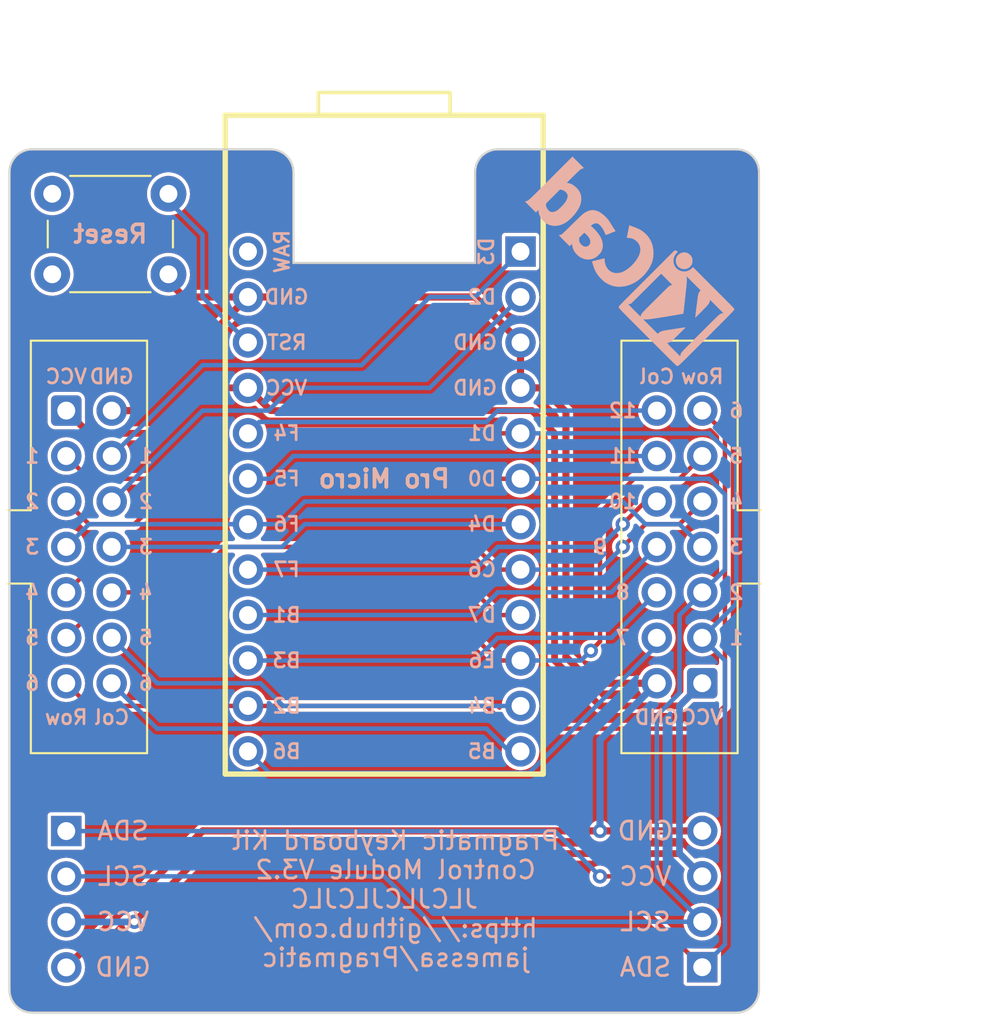
<source format=kicad_pcb>
(kicad_pcb (version 20211014) (generator pcbnew)
  (title_block (title "Pragmatic Kit - Control Module") (date "2022-06-23") (rev "V3.2.2") (company "James Sa") (comment 1 "3.2 Reverse Pro Micro") (comment 2 "3.2.1 fix screen.") (comment 3 "3.2.2 fix Type C footprint.") (comment 4 "3.2.2 Update for assembly."))
  (layers (0 "F.Cu" signal) (31 "B.Cu" signal) (34 "B.Paste" user) (35 "F.Paste" user) (36 "B.SilkS" user "B.Silkscreen") (37 "F.SilkS" user "F.Silkscreen") (38 "B.Mask" user) (39 "F.Mask" user) (44 "Edge.Cuts" user))
  (net 0 "")
  (net 1 "Row1")
  (net 2 "Col1")
  (net 3 "VCC")
  (net 4 "Col9")
  (net 5 "Col8")
  (net 6 "Col7")
  (net 7 "Row3")
  (net 8 "Row5")
  (net 9 "Row6")
  (net 10 "Row4")
  (net 11 "Col6")
  (net 12 "Col5")
  (net 13 "Col4")
  (net 14 "Col3")
  (net 15 "Col2")
  (net 16 "Row2")
  (net 17 "Reset")
  (net 18 "Col12")
  (net 19 "Col11")
  (net 20 "Col10")
  (net 21 "GND")
  (footprint "Connector_IDC:IDC-Header_2x07_P2.54mm_Vertical" (layer "F.Cu") (at 121.92 62.23)
    (fp_text reference "J1")
    (fp_text value "L" hide)
    (pad "1" thru_hole roundrect (at 0 0) (size 1.7 1.7) (drill 1) (layers *.Cu *.Mask) (roundrect_rratio 0.1470588235) (net 3 "VCC"))
    (pad "2" thru_hole circle (at 2.54 0) (size 1.7 1.7) (drill 1) (layers *.Cu *.Mask) (net 21 "GND"))
    (pad "3" thru_hole circle (at 0 2.54) (size 1.7 1.7) (drill 1) (layers *.Cu *.Mask) (net 1 "Row1"))
    (pad "4" thru_hole circle (at 2.54 2.54) (size 1.7 1.7) (drill 1) (layers *.Cu *.Mask) (net 2 "Col1"))
    (pad "5" thru_hole circle (at 0 5.08) (size 1.7 1.7) (drill 1) (layers *.Cu *.Mask) (net 16 "Row2"))
    (pad "6" thru_hole circle (at 2.54 5.08) (size 1.7 1.7) (drill 1) (layers *.Cu *.Mask) (net 15 "Col2"))
    (pad "7" thru_hole circle (at 0 7.62) (size 1.7 1.7) (drill 1) (layers *.Cu *.Mask) (net 7 "Row3"))
    (pad "8" thru_hole circle (at 2.54 7.62) (size 1.7 1.7) (drill 1) (layers *.Cu *.Mask) (net 14 "Col3"))
    (pad "9" thru_hole circle (at 0 10.16) (size 1.7 1.7) (drill 1) (layers *.Cu *.Mask) (net 10 "Row4"))
    (pad "10" thru_hole circle (at 2.54 10.16) (size 1.7 1.7) (drill 1) (layers *.Cu *.Mask) (net 13 "Col4"))
    (pad "11" thru_hole circle (at 0 12.7) (size 1.7 1.7) (drill 1) (layers *.Cu *.Mask) (net 8 "Row5"))
    (pad "12" thru_hole circle (at 2.54 12.7) (size 1.7 1.7) (drill 1) (layers *.Cu *.Mask) (net 12 "Col5"))
    (pad "13" thru_hole circle (at 0 15.24) (size 1.7 1.7) (drill 1) (layers *.Cu *.Mask) (net 9 "Row6"))
    (pad "14" thru_hole circle (at 2.54 15.24) (size 1.7 1.7) (drill 1) (layers *.Cu *.Mask) (net 11 "Col6"))
  )
  (footprint "Connector_IDC:IDC-Header_2x07_P2.54mm_Vertical" (layer "F.Cu") (at 157.48 77.47 180)
    (fp_text reference "J2")
    (fp_text value "R" hide)
    (pad "1" thru_hole roundrect (at 0 0 180) (size 1.7 1.7) (drill 1) (layers *.Cu *.Mask) (roundrect_rratio 0.1470588235) (net 3 "VCC"))
    (pad "2" thru_hole circle (at 2.54 0 180) (size 1.7 1.7) (drill 1) (layers *.Cu *.Mask) (net 21 "GND"))
    (pad "3" thru_hole circle (at 0 2.54 180) (size 1.7 1.7) (drill 1) (layers *.Cu *.Mask) (net 1 "Row1"))
    (pad "4" thru_hole circle (at 2.54 2.54 180) (size 1.7 1.7) (drill 1) (layers *.Cu *.Mask) (net 6 "Col7"))
    (pad "5" thru_hole circle (at 0 5.08 180) (size 1.7 1.7) (drill 1) (layers *.Cu *.Mask) (net 16 "Row2"))
    (pad "6" thru_hole circle (at 2.54 5.08 180) (size 1.7 1.7) (drill 1) (layers *.Cu *.Mask) (net 5 "Col8"))
    (pad "7" thru_hole circle (at 0 7.62 180) (size 1.7 1.7) (drill 1) (layers *.Cu *.Mask) (net 7 "Row3"))
    (pad "8" thru_hole circle (at 2.54 7.62 180) (size 1.7 1.7) (drill 1) (layers *.Cu *.Mask) (net 4 "Col9"))
    (pad "9" thru_hole circle (at 0 10.16 180) (size 1.7 1.7) (drill 1) (layers *.Cu *.Mask) (net 10 "Row4"))
    (pad "10" thru_hole circle (at 2.54 10.16 180) (size 1.7 1.7) (drill 1) (layers *.Cu *.Mask) (net 20 "Col10"))
    (pad "11" thru_hole circle (at 0 12.7 180) (size 1.7 1.7) (drill 1) (layers *.Cu *.Mask) (net 8 "Row5"))
    (pad "12" thru_hole circle (at 2.54 12.7 180) (size 1.7 1.7) (drill 1) (layers *.Cu *.Mask) (net 19 "Col11"))
    (pad "13" thru_hole circle (at 0 15.24 180) (size 1.7 1.7) (drill 1) (layers *.Cu *.Mask) (net 9 "Row6"))
    (pad "14" thru_hole circle (at 2.54 15.24 180) (size 1.7 1.7) (drill 1) (layers *.Cu *.Mask) (net 18 "Col12"))
  )
  (footprint "Button_Switch_THT:SW_PUSH_6mm" (layer "F.Cu") (at 121.135 50.11)
    (fp_text reference "SW1" hide)
    (fp_text value "SW_Push")
    (fp_text user "Reset" (at 3.25 2.25 -180) (layer "B.SilkS") (effects (font (thickness 0.2)) (justify mirror)))
    (pad "" thru_hole circle (at 0 0 90) (size 2 2) (drill 1) (layers *.Cu *.Mask))
    (pad "" thru_hole circle (at 0 4.5 90) (size 2 2) (drill 1) (layers *.Cu *.Mask))
    (pad "1" thru_hole circle (at 6.5 0 90) (size 2 2) (drill 1) (layers *.Cu *.Mask) (net 17 "Reset"))
    (pad "2" thru_hole circle (at 6.5 4.5 90) (size 2 2) (drill 1) (layers *.Cu *.Mask) (net 21 "GND"))
  )
  (footprint "Symbol:OSHW-Symbol_6.7x6mm_Copper" (layer "F.Cu") (at 154.94 52.07)
    (fp_text reference "Logo1" hide)
    (fp_text value "OSHW-Symbol_6.7x6mm_Copper" hide)
  )
  (footprint "Keyboard_JSA:JLC Legend" (layer "F.Cu") (at 139.7 89.545)
    (fp_text reference "L1" hide)
    (fp_text value "JLC Legend" hide)
    (fp_text user "JLCJLCJLCJLC" (at 0 -0.01 unlocked) (layer "B.SilkS") (effects (font (size 1.016 1.016) (thickness 0.1524)) (justify mirror)))
  )
  (footprint "Keyboard_JSA:SSD1306_OLED-0.91-128x32" (layer "F.Cu") (at 121.92 85.735)
    (fp_text reference "J3" hide)
    (fp_text value "OLED")
    (pad "1" thru_hole rect (at 0 0) (size 1.7 1.7) (drill 1) (layers *.Cu "B.Mask") (net 1 "Row1"))
    (pad "2" thru_hole oval (at 0 2.54) (size 1.7 1.7) (drill 1) (layers *.Cu "B.Mask") (net 16 "Row2"))
    (pad "3" thru_hole oval (at 0 5.08) (size 1.7 1.7) (drill 1) (layers *.Cu "B.Mask") (net 3 "VCC"))
    (pad "4" thru_hole oval (at 0 7.62) (size 1.7 1.7) (drill 1) (layers *.Cu "B.Mask") (net 21 "GND"))
  )
  (footprint "Keyboard_JSA:SSD1306_OLED-0.91-128x32" (layer "F.Cu") (at 157.48 93.345 180)
    (fp_text reference "J4" hide)
    (fp_text value "OLED")
    (pad "1" thru_hole rect (at 0 0 180) (size 1.7 1.7) (drill 1) (layers *.Cu "B.Mask") (net 1 "Row1"))
    (pad "2" thru_hole oval (at 0 2.54 180) (size 1.7 1.7) (drill 1) (layers *.Cu "B.Mask") (net 16 "Row2"))
    (pad "3" thru_hole oval (at 0 5.08 180) (size 1.7 1.7) (drill 1) (layers *.Cu "B.Mask") (net 3 "VCC"))
    (pad "4" thru_hole oval (at 0 7.62 180) (size 1.7 1.7) (drill 1) (layers *.Cu "B.Mask") (net 21 "GND"))
  )
  (footprint "Keyboard_JSA:Pragmatic Logo" (layer "F.Cu") (at 139.9475 89.545)
    (fp_text reference "REF**" hide)
    (fp_text value "logo" hide)
  )
  (footprint "Symbol:KiCad-Logo_5mm_SilkScreen" (layer "B.Cu") (at 153.035 53.975 135)
    (fp_text reference "REF**" hide)
    (fp_text value "KiCad-Logo_5mm_SilkScreen" hide)
  )
  (footprint "Keyboard_JSA:ProMicro Type C Reversed" (layer "B.Cu") (at 139.7 66.04 180)
    (fp_text reference "U1" hide)
    (fp_text value "ProMicro" hide)
    (fp_text user "F5" (at 5.461 0) (layer "B.SilkS") (effects (font (size 0.8 0.8)) (justify mirror)))
    (fp_text user "VCC" (at 5.461 5.08) (layer "B.SilkS") (effects (font (size 0.8 0.8)) (justify mirror)))
    (fp_text user "B5" (at -5.461 -15.24) (layer "B.SilkS") (effects (font (size 0.8 0.8)) (justify mirror)))
    (fp_text user "E6" (at -5.461 -10.16) (layer "B.SilkS") (effects (font (size 0.8 0.8)) (justify mirror)))
    (fp_text user "D0" (at -5.461 0) (layer "B.SilkS") (effects (font (size 0.8 0.8)) (justify mirror)))
    (fp_text user "D1" (at -5.461 2.54) (layer "B.SilkS") (effects (font (size 0.8 0.8)) (justify mirror)))
    (fp_text user "B3" (at 5.461 -10.16) (layer "B.SilkS") (effects (font (size 0.8 0.8)) (justify mirror)))
    (fp_text user "B4" (at -5.461 -12.7) (layer "B.SilkS") (effects (font (size 0.8 0.8)) (justify mirror)))
    (fp_text user "B1" (at 5.461 -7.62) (layer "B.SilkS") (effects (font (size 0.8 0.8)) (justify mirror)))
    (fp_text user "GND" (at -5.08 5.08) (layer "B.SilkS") (effects (font (size 0.8 0.8)) (justify mirror)))
    (fp_text user "RST" (at 5.4356 7.62) (layer "B.SilkS") (effects (font (size 0.8 0.8)) (justify mirror)))
    (fp_text user "RAW" (at 5.715 12.7 90) (layer "B.SilkS") (effects (font (size 0.8 0.8)) (justify mirror)))
    (fp_text user "B6" (at 5.461 -15.24) (layer "B.SilkS") (effects (font (size 0.8 0.8)) (justify mirror)))
    (fp_text user "D3" (at -5.715 12.7 90) (layer "B.SilkS") (effects (font (size 0.8 0.8)) (justify mirror)))
    (fp_text user "GND" (at 5.461 10.16) (layer "B.SilkS") (effects (font (size 0.8 0.8)) (justify mirror)))
    (fp_text user "D4" (at -5.461 -2.54) (layer "B.SilkS") (effects (font (size 0.8 0.8)) (justify mirror)))
    (fp_text user "F6" (at 5.461 -2.54) (layer "B.SilkS") (effects (font (size 0.8 0.8)) (justify mirror)))
    (fp_text user "GND" (at -5.08 7.62) (layer "B.SilkS") (effects (font (size 0.8 0.8)) (justify mirror)))
    (fp_text user "D7" (at -5.461 -7.62) (layer "B.SilkS") (effects (font (size 0.8 0.8)) (justify mirror)))
    (fp_text user "F4" (at 5.461 2.54) (layer "B.SilkS") (effects (font (size 0.8 0.8)) (justify mirror)))
    (fp_text user "C6" (at -5.461 -5.08) (layer "B.SilkS") (effects (font (size 0.8 0.8)) (justify mirror)))
    (fp_text user "F7" (at 5.461 -5.08) (layer "B.SilkS") (effects (font (size 0.8 0.8)) (justify mirror)))
    (fp_text user "Pro Micro" (at 0 0 unlocked) (layer "B.SilkS") (effects (font (thickness 0.2)) (justify mirror)))
    (fp_text user "B2" (at 5.461 -12.7) (layer "B.SilkS") (effects (font (size 0.8 0.8)) (justify mirror)))
    (fp_text user "D2" (at -5.461 10.16) (layer "B.SilkS") (effects (font (size 0.8 0.8)) (justify mirror)))
    (fp_text user "Pro Micro" (at 0 0 unlocked) (layer "F.SilkS") (effects (font (thickness 0.2)) (justify mirror)))
    (pad "1" thru_hole rect (at -7.62 12.7 180) (size 1.7 1.7) (drill 1) (layers *.Cu "B.Mask") (net 2 "Col1"))
    (pad "2" thru_hole circle (at -7.62 10.16 180) (size 1.7 1.7) (drill 1) (layers *.Cu "B.Mask") (net 15 "Col2"))
    (pad "3" thru_hole circle (at -7.62 7.62 270) (size 1.7 1.7) (drill 1) (layers *.Cu "B.Mask") (net 21 "GND"))
    (pad "4" thru_hole circle (at -7.62 5.08 180) (size 1.7 1.7) (drill 1) (layers *.Cu "B.Mask") (net 21 "GND"))
    (pad "5" thru_hole circle (at -7.62 2.54 180) (size 1.7 1.7) (drill 1) (layers *.Cu "B.Mask") (net 1 "Row1"))
    (pad "6" thru_hole circle (at -7.62 0 180) (size 1.7 1.7) (drill 1) (layers *.Cu "B.Mask") (net 16 "Row2"))
    (pad "7" thru_hole circle (at -7.62 -2.54 180) (size 1.7 1.7) (drill 1) (layers *.Cu "B.Mask") (net 14 "Col3"))
    (pad "8" thru_hole circle (at -7.62 -5.08 180) (size 1.7 1.7) (drill 1) (layers *.Cu "B.Mask") (net 10 "Row4"))
    (pad "9" thru_hole circle (at -7.62 -7.62 180) (size 1.7 1.7) (drill 1) (layers *.Cu "B.Mask") (net 13 "Col4"))
    (pad "10" thru_hole circle (at -7.62 -10.16 180) (size 1.7 1.7) (drill 1) (layers *.Cu "B.Mask") (net 8 "Row5"))
    (pad "11" thru_hole circle (at -7.62 -12.7 180) (size 1.7 1.7) (drill 1) (layers *.Cu "B.Mask") (net 12 "Col5"))
    (pad "12" thru_hole circle (at -7.62 -15.24 180) (size 1.7 1.7) (drill 1) (layers *.Cu "B.Mask") (net 11 "Col6"))
    (pad "13" thru_hole circle (at 7.62 -15.24 180) (size 1.7 1.7) (drill 1) (layers *.Cu "B.Mask") (net 6 "Col7"))
    (pad "14" thru_hole circle (at 7.62 -12.7 180) (size 1.7 1.7) (drill 1) (layers *.Cu "B.Mask") (net 9 "Row6"))
    (pad "15" thru_hole circle (at 7.62 -10.16 180) (size 1.7 1.7) (drill 1) (layers *.Cu "B.Mask") (net 5 "Col8"))
    (pad "16" thru_hole circle (at 7.62 -7.62 270) (size 1.7 1.7) (drill 1) (layers *.Cu "B.Mask") (net 4 "Col9"))
    (pad "17" thru_hole circle (at 7.62 -5.08 180) (size 1.7 1.7) (drill 1) (layers *.Cu "B.Mask") (net 20 "Col10"))
    (pad "18" thru_hole circle (at 7.62 -2.54 180) (size 1.7 1.7) (drill 1) (layers *.Cu "B.Mask") (net 7 "Row3"))
    (pad "19" thru_hole circle (at 7.62 0 180) (size 1.7 1.7) (drill 1) (layers *.Cu "B.Mask") (net 19 "Col11"))
    (pad "20" thru_hole circle (at 7.62 2.54 180) (size 1.7 1.7) (drill 1) (layers *.Cu "B.Mask") (net 18 "Col12"))
    (pad "21" thru_hole circle (at 7.62 5.08 180) (size 1.7 1.7) (drill 1) (layers *.Cu "B.Mask") (net 3 "VCC"))
    (pad "22" thru_hole circle (at 7.62 7.62 180) (size 1.7 1.7) (drill 1) (layers *.Cu "B.Mask") (net 17 "Reset"))
    (pad "23" thru_hole circle (at 7.62 10.16 270) (size 1.7 1.7) (drill 1) (layers *.Cu "B.Mask") (net 21 "GND"))
    (pad "24" thru_hole circle (at 7.62 12.7 180) (size 1.7 1.7) (drill 1) (layers *.Cu "B.Mask"))
  )
  (gr_line (start 159.385 95.885) (end 120.015 95.885) (layer "Edge.Cuts") (width 0.12))
  (gr_line (start 118.745 94.615) (end 118.745 48.895) (layer "Edge.Cuts") (width 0.12))
  (gr_arc (start 144.78 48.895) (mid 145.151974 47.996974) (end 146.05 47.625) (layer "Edge.Cuts") (width 0.12))
  (gr_arc (start 159.385 47.625) (mid 160.283026 47.996974) (end 160.655 48.895) (layer "Edge.Cuts") (width 0.12))
  (gr_arc (start 120.015 95.885) (mid 119.116974 95.513026) (end 118.745 94.615) (layer "Edge.Cuts") (width 0.12))
  (gr_line (start 144.78 48.895) (end 144.78 53.975) (layer "Edge.Cuts") (width 0.12))
  (gr_arc (start 160.655 94.615) (mid 160.283026 95.513026) (end 159.385 95.885) (layer "Edge.Cuts") (width 0.12))
  (gr_arc (start 118.745 48.895) (mid 119.116974 47.996974) (end 120.015 47.625) (layer "Edge.Cuts") (width 0.12))
  (gr_line (start 134.62 53.975) (end 134.62 48.895) (layer "Edge.Cuts") (width 0.12))
  (gr_line (start 144.78 53.975) (end 134.62 53.975) (layer "Edge.Cuts") (width 0.12))
  (gr_line (start 146.05 47.625) (end 159.385 47.625) (layer "Edge.Cuts") (width 0.12))
  (gr_line (start 160.655 48.895) (end 160.655 94.615) (layer "Edge.Cuts") (width 0.12))
  (gr_arc (start 133.35 47.625) (mid 134.248026 47.996974) (end 134.62 48.895) (layer "Edge.Cuts") (width 0.12))
  (gr_line (start 133.35 47.625) (end 120.015 47.625) (layer "Edge.Cuts") (width 0.12))
  (gr_text "10" (at 153.035 67.31) (layer "B.SilkS") (effects (font (size 0.8 0.8)) (justify mirror)))
  (gr_text "6" (at 126.365 77.47) (layer "B.SilkS") (effects (font (size 0.8 0.8)) (justify mirror)))
  (gr_text "4" (at 120.015 72.39) (layer "B.SilkS") (effects (font (size 0.8 0.8)) (justify mirror)))
  (gr_text "Col" (at 154.94 60.325) (layer "B.SilkS") (effects (font (size 0.8 0.8)) (justify mirror)))
  (gr_text "1" (at 159.385 74.93) (layer "B.SilkS") (effects (font (size 0.8 0.8)) (justify mirror)))
  (gr_text "3" (at 120.015 69.85) (layer "B.SilkS") (effects (font (size 0.8 0.8)) (justify mirror)))
  (gr_text "GND" (at 154.305 85.725) (layer "B.SilkS") (effects (font (size 1.016 1.016) (thickness 0.1524)) (justify mirror)))
  (gr_text "GND" (at 124.46 60.325) (layer "B.SilkS") (effects (font (size 0.8 0.8)) (justify mirror)))
  (gr_text "SDA" (at 125.095 85.725) (layer "B.SilkS") (effects (font (size 1.016 1.016) (thickness 0.1524)) (justify mirror)))
  (gr_text "VCC" (at 125.095 90.805) (layer "B.SilkS") (effects (font (size 1.016 1.016) (thickness 0.1524)) (justify mirror)))
  (gr_text "6" (at 159.385 62.23) (layer "B.SilkS") (effects (font (size 0.8 0.8)) (justify mirror)))
  (gr_text "12" (at 153.035 62.23) (layer "B.SilkS") (effects (font (size 0.8 0.8)) (justify mirror)))
  (gr_text "Row" (at 157.48 60.325) (layer "B.SilkS") (effects (font (size 0.8 0.8)) (justify mirror)))
  (gr_text "5" (at 159.385 64.77) (layer "B.SilkS") (effects (font (size 0.8 0.8)) (justify mirror)))
  (gr_text "3" (at 159.385 69.85) (layer "B.SilkS") (effects (font (size 0.8 0.8)) (justify mirror)))
  (gr_text "2" (at 120.015 67.31) (layer "B.SilkS") (effects (font (size 0.8 0.8)) (justify mirror)))
  (gr_text "SCL" (at 125.095 88.265) (layer "B.SilkS") (effects (font (size 1.016 1.016) (thickness 0.1524)) (justify mirror)))
  (gr_text "VCC" (at 121.92 60.325) (layer "B.SilkS") (effects (font (size 0.8 0.8)) (justify mirror)))
  (gr_text "8" (at 153.035 72.39) (layer "B.SilkS") (effects (font (size 0.8 0.8)) (justify mirror)))
  (gr_text "SCL" (at 154.305 90.805) (layer "B.SilkS") (effects (font (size 1.016 1.016) (thickness 0.1524)) (justify mirror)))
  (gr_text "5" (at 120.015 74.93) (layer "B.SilkS") (effects (font (size 0.8 0.8)) (justify mirror)))
  (gr_text "5" (at 126.365 74.93) (layer "B.SilkS") (effects (font (size 0.8 0.8)) (justify mirror)))
  (gr_text "11" (at 153.035 64.77) (layer "B.SilkS") (effects (font (size 0.8 0.8)) (justify mirror)))
  (gr_text "VCC" (at 154.305 88.265) (layer "B.SilkS") (effects (font (size 1.016 1.016) (thickness 0.1524)) (justify mirror)))
  (gr_text "2" (at 126.365 67.31) (layer "B.SilkS") (effects (font (size 0.8 0.8)) (justify mirror)))
  (gr_text "9" (at 151.765 69.85) (layer "B.SilkS") (effects (font (size 0.8 0.8)) (justify mirror)))
  (gr_text "3" (at 126.365 69.85) (layer "B.SilkS") (effects (font (size 0.8 0.8)) (justify mirror)))
  (gr_text "6" (at 120.015 77.47) (layer "B.SilkS") (effects (font (size 0.8 0.8)) (justify mirror)))
  (gr_text "Pragmatic Keyboard Kit\nControl Module V3.2\n\nhttps://github.com/\njamessa/Pragmatic" (at 140.335 89.535) (layer "B.SilkS") (effects (font (size 1.016 1.016) (thickness 0.1524)) (justify mirror)))
  (gr_text "GND" (at 125.095 93.345) (layer "B.SilkS") (effects (font (size 1.016 1.016) (thickness 0.1524)) (justify mirror)))
  (gr_text "VCC" (at 157.48 79.375) (layer "B.SilkS") (effects (font (size 0.8 0.8)) (justify mirror)))
  (gr_text "1" (at 120.015 64.77) (layer "B.SilkS") (effects (font (size 0.8 0.8)) (justify mirror)))
  (gr_text "2" (at 159.385 72.39) (layer "B.SilkS") (effects (font (size 0.8 0.8)) (justify mirror)))
  (gr_text "1" (at 126.365 64.77) (layer "B.SilkS") (effects (font (size 0.8 0.8)) (justify mirror)))
  (gr_text "4" (at 126.365 72.39) (layer "B.SilkS") (effects (font (size 0.8 0.8)) (justify mirror)))
  (gr_text "4" (at 159.385 67.31) (layer "B.SilkS") (effects (font (size 0.8 0.8)) (justify mirror)))
  (gr_text "SDA" (at 154.305 93.345) (layer "B.SilkS") (effects (font (size 1.016 1.016) (thickness 0.1524)) (justify mirror)))
  (gr_text "Col" (at 124.46 79.375) (layer "B.SilkS") (effects (font (size 0.8 0.8)) (justify mirror)))
  (gr_text "GND" (at 154.94 79.375) (layer "B.SilkS") (effects (font (size 0.8 0.8)) (justify mirror)))
  (gr_text "7" (at 153.035 74.93) (layer "B.SilkS") (effects (font (size 0.8 0.8)) (justify mirror)))
  (gr_text "Row" (at 121.92 79.375) (layer "B.SilkS") (effects (font (size 0.8 0.8)) (justify mirror)))
  (segment (start 152.4 88.265) (end 151.765 88.265) (width 0.25) (layer "F.Cu") (net 1))
  (segment (start 123.19 66.04) (end 121.92 64.77) (width 0.25) (layer "F.Cu") (net 1))
  (segment (start 133.35 64.77) (end 128.27 64.77) (width 0.25) (layer "F.Cu") (net 1))
  (segment (start 128.27 64.77) (end 127 66.04) (width 0.25) (layer "F.Cu") (net 1))
  (segment (start 147.32 63.5) (end 134.62 63.5) (width 0.25) (layer "F.Cu") (net 1))
  (segment (start 157.48 93.345) (end 152.4 88.265) (width 0.25) (layer "F.Cu") (net 1))
  (segment (start 127 66.04) (end 123.19 66.04) (width 0.25) (layer "F.Cu") (net 1))
  (segment (start 134.62 63.5) (end 133.35 64.77) (width 0.25) (layer "F.Cu") (net 1))
  (via (at 151.765 88.265) (size 0.8) (drill 0.4) (layers "F.Cu" "B.Cu") (net 1))
  (segment (start 147.32 63.5) (end 157.87101 63.5) (width 0.25) (layer "B.Cu") (net 1))
  (segment (start 158.75 76.2) (end 158.75 92.075) (width 0.25) (layer "B.Cu") (net 1))
  (segment (start 158.75 92.075) (end 157.48 93.345) (width 0.25) (layer "B.Cu") (net 1))
  (segment (start 159.385 73.025) (end 157.48 74.93) (width 0.25) (layer "B.Cu") (net 1))
  (segment (start 121.92 85.735) (end 149.235 85.735) (width 0.25) (layer "B.Cu") (net 1))
  (segment (start 157.87101 63.5) (end 159.385 65.01399) (width 0.25) (layer "B.Cu") (net 1))
  (segment (start 157.48 74.93) (end 158.75 76.2) (width 0.25) (layer "B.Cu") (net 1))
  (segment (start 149.235 85.735) (end 151.765 88.265) (width 0.25) (layer "B.Cu") (net 1))
  (segment (start 159.385 65.01399) (end 159.385 73.025) (width 0.25) (layer "B.Cu") (net 1))
  (segment (start 144.78 55.88) (end 142.24 55.88) (width 0.25) (layer "B.Cu") (net 2))
  (segment (start 147.32 53.34) (end 144.78 55.88) (width 0.25) (layer "B.Cu") (net 2))
  (segment (start 138.43 59.69) (end 129.54 59.69) (width 0.25) (layer "B.Cu") (net 2))
  (segment (start 129.54 59.69) (end 124.46 64.77) (width 0.25) (layer "B.Cu") (net 2))
  (segment (start 142.24 55.88) (end 138.43 59.69) (width 0.25) (layer "B.Cu") (net 2))
  (segment (start 123.19 63.5) (end 127 63.5) (width 0.381) (layer "F.Cu") (net 3))
  (segment (start 151.765 78.74) (end 156.21 78.74) (width 0.381) (layer "F.Cu") (net 3))
  (segment (start 149.225 76.2) (end 151.765 78.74) (width 0.381) (layer "F.Cu") (net 3))
  (segment (start 133.35 62.23) (end 147.955 62.23) (width 0.381) (layer "F.Cu") (net 3))
  (segment (start 132.08 60.96) (end 133.35 62.23) (width 0.381) (layer "F.Cu") (net 3))
  (segment (start 157.48 88.265) (end 156.21 86.995) (width 0.381) (layer "F.Cu") (net 3))
  (segment (start 129.54 60.96) (end 132.08 60.96) (width 0.381) (layer "F.Cu") (net 3))
  (segment (start 129.54 86.995) (end 125.73 90.805) (width 0.381) (layer "F.Cu") (net 3))
  (segment (start 156.21 86.995) (end 129.54 86.995) (width 0.381) (layer "F.Cu") (net 3))
  (segment (start 127 63.5) (end 129.54 60.96) (width 0.381) (layer "F.Cu") (net 3))
  (segment (start 156.21 78.74) (end 157.48 77.47) (width 0.381) (layer "F.Cu") (net 3))
  (segment (start 149.225 63.5) (end 149.225 76.2) (width 0.381) (layer "F.Cu") (net 3))
  (segment (start 121.92 62.23) (end 123.19 63.5) (width 0.381) (layer "F.Cu") (net 3))
  (segment (start 147.955 62.23) (end 149.225 63.5) (width 0.381) (layer "F.Cu") (net 3))
  (via (at 125.73 90.805) (size 0.8) (drill 0.4) (layers "F.Cu" "B.Cu") (net 3))
  (segment (start 121.92 90.815) (end 125.72 90.815) (width 0.381) (layer "B.Cu") (net 3))
  (segment (start 157.48 77.47) (end 156.21 78.74) (width 0.381) (layer "B.Cu") (net 3))
  (segment (start 156.21 86.995) (end 157.48 88.265) (width 0.381) (layer "B.Cu") (net 3))
  (segment (start 125.72 90.815) (end 125.73 90.805) (width 0.381) (layer "B.Cu") (net 3))
  (segment (start 156.21 78.74) (end 156.21 86.995) (width 0.381) (layer "B.Cu") (net 3))
  (segment (start 144.78 73.66) (end 132.08 73.66) (width 0.25) (layer "B.Cu") (net 4))
  (segment (start 146.05 72.39) (end 144.78 73.66) (width 0.25) (layer "B.Cu") (net 4))
  (segment (start 152.4 72.39) (end 146.05 72.39) (width 0.25) (layer "B.Cu") (net 4))
  (segment (start 154.94 69.85) (end 152.4 72.39) (width 0.25) (layer "B.Cu") (net 4))
  (segment (start 132.08 76.2) (end 144.78 76.2) (width 0.25) (layer "B.Cu") (net 5))
  (segment (start 144.78 76.2) (end 146.05 74.93) (width 0.25) (layer "B.Cu") (net 5))
  (segment (start 152.4 74.93) (end 154.94 72.39) (width 0.25) (layer "B.Cu") (net 5))
  (segment (start 146.05 74.93) (end 152.4 74.93) (width 0.25) (layer "B.Cu") (net 5))
  (segment (start 133.280811 82.480811) (end 147.817393 82.480811) (width 0.25) (layer "B.Cu") (net 6))
  (segment (start 154.94 75.358204) (end 154.94 74.93) (width 0.25) (layer "B.Cu") (net 6))
  (segment (start 132.08 81.28) (end 133.280811 82.480811) (width 0.25) (layer "B.Cu") (net 6))
  (segment (start 147.817393 82.480811) (end 154.94 75.358204) (width 0.25) (layer "B.Cu") (net 6))
  (segment (start 132.08 68.58) (end 123.19 68.58) (width 0.25) (layer "B.Cu") (net 7))
  (segment (start 156.21 68.58) (end 157.48 69.85) (width 0.25) (layer "B.Cu") (net 7))
  (segment (start 154.305 68.58) (end 156.21 68.58) (width 0.25) (layer "B.Cu") (net 7))
  (segment (start 133.985 68.58) (end 135.255 67.31) (width 0.25) (layer "B.Cu") (net 7))
  (segment (start 123.19 68.58) (end 121.92 69.85) (width 0.25) (layer "B.Cu") (net 7))
  (segment (start 153.035 67.31) (end 154.305 68.58) (width 0.25) (layer "B.Cu") (net 7))
  (segment (start 132.08 68.58) (end 133.985 68.58) (width 0.25) (layer "B.Cu") (net 7))
  (segment (start 135.255 67.31) (end 153.035 67.31) (width 0.25) (layer "B.Cu") (net 7))
  (segment (start 153.67 66.04) (end 151.765 67.945) (width 0.25) (layer "F.Cu") (net 8))
  (segment (start 146.05 76.2) (end 144.78 74.93) (width 0.25) (layer "F.Cu") (net 8))
  (segment (start 125.827753 73.66) (end 123.19 73.66) (width 0.25) (layer "F.Cu") (net 8))
  (segment (start 157.48 64.77) (end 156.21 66.04) (width 0.25) (layer "F.Cu") (net 8))
  (segment (start 151.765 67.945) (end 151.765 75.139011) (width 0.25) (layer "F.Cu") (net 8))
  (segment (start 147.32 76.2) (end 146.05 76.2) (width 0.25) (layer "F.Cu") (net 8))
  (segment (start 156.21 66.04) (end 153.67 66.04) (width 0.25) (layer "F.Cu") (net 8))
  (segment (start 151.765 75.139011) (end 151.249511 75.6545) (width 0.25) (layer "F.Cu") (net 8))
  (segment (start 127.097753 74.93) (end 125.827753 73.66) (width 0.25) (layer "F.Cu") (net 8))
  (segment (start 123.19 73.66) (end 121.92 74.93) (width 0.25) (layer "F.Cu") (net 8))
  (segment (start 144.78 74.93) (end 127.097753 74.93) (width 0.25) (layer "F.Cu") (net 8))
  (via (at 151.249511 75.6545) (size 0.8) (drill 0.4) (layers "F.Cu" "B.Cu") (net 8))
  (segment (start 147.32 76.2) (end 150.704011 76.2) (width 0.25) (layer "B.Cu") (net 8))
  (segment (start 150.704011 76.2) (end 151.249511 75.6545) (width 0.25) (layer "B.Cu") (net 8))
  (segment (start 157.48 80.01) (end 158.75 78.74) (width 0.25) (layer "F.Cu") (net 9))
  (segment (start 132.08 78.74) (end 145.415 78.74) (width 0.25) (layer "F.Cu") (net 9))
  (segment (start 146.685 80.01) (end 157.48 80.01) (width 0.25) (layer "F.Cu") (net 9))
  (segment (start 145.415 78.74) (end 146.685 80.01) (width 0.25) (layer "F.Cu") (net 9))
  (segment (start 158.75 78.74) (end 158.75 63.5) (width 0.25) (layer "F.Cu") (net 9))
  (segment (start 132.08 78.74) (end 123.19 78.74) (width 0.25) (layer "F.Cu") (net 9))
  (segment (start 158.75 63.5) (end 157.48 62.23) (width 0.25) (layer "F.Cu") (net 9))
  (segment (start 123.19 78.74) (end 121.92 77.47) (width 0.25) (layer "F.Cu") (net 9))
  (segment (start 156.21 68.58) (end 154.305 68.58) (width 0.25) (layer "F.Cu") (net 10))
  (segment (start 146.05 71.12) (end 144.78 69.85) (width 0.25) (layer "F.Cu") (net 10))
  (segment (start 154.305 68.58) (end 153.035 69.85) (width 0.25) (layer "F.Cu") (net 10))
  (segment (start 123.19 71.12) (end 121.92 72.39) (width 0.25) (layer "F.Cu") (net 10))
  (segment (start 144.78 69.85) (end 130.81 69.85) (width 0.25) (layer "F.Cu") (net 10))
  (segment (start 129.54 71.12) (end 123.19 71.12) (width 0.25) (layer "F.Cu") (net 10))
  (segment (start 130.81 69.85) (end 129.54 71.12) (width 0.25) (layer "F.Cu") (net 10))
  (segment (start 147.32 71.12) (end 146.05 71.12) (width 0.25) (layer "F.Cu") (net 10))
  (segment (start 157.48 67.31) (end 156.21 68.58) (width 0.25) (layer "F.Cu") (net 10))
  (via (at 153.035 69.85) (size 0.8) (drill 0.4) (layers "F.Cu" "B.Cu") (net 10))
  (segment (start 151.765 71.12) (end 153.035 69.85) (width 0.25) (layer "B.Cu") (net 10))
  (segment (start 147.32 71.12) (end 151.765 71.12) (width 0.25) (layer "B.Cu") (net 10))
  (segment (start 146.685 81.28) (end 145.415 80.01) (width 0.25) (layer "B.Cu") (net 11))
  (segment (start 145.415 80.01) (end 127 80.01) (width 0.25) (layer "B.Cu") (net 11))
  (segment (start 147.32 81.28) (end 146.685 81.28) (width 0.25) (layer "B.Cu") (net 11))
  (segment (start 127 80.01) (end 124.46 77.47) (width 0.25) (layer "B.Cu") (net 11))
  (segment (start 127 77.47) (end 124.46 74.93) (width 0.25) (layer "B.Cu") (net 12))
  (segment (start 147.32 78.74) (end 134.050124 78.74) (width 0.25) (layer "B.Cu") (net 12))
  (segment (start 132.780124 77.47) (end 127 77.47) (width 0.25) (layer "B.Cu") (net 12))
  (segment (start 134.050124 78.74) (end 132.780124 77.47) (width 0.25) (layer "B.Cu") (net 12))
  (segment (start 147.32 73.66) (end 146.05 73.66) (width 0.25) (layer "F.Cu") (net 13))
  (segment (start 144.78 72.39) (end 124.46 72.39) (width 0.25) (layer "F.Cu") (net 13))
  (segment (start 146.05 73.66) (end 144.78 72.39) (width 0.25) (layer "F.Cu") (net 13))
  (segment (start 147.32 68.58) (end 135.255 68.58) (width 0.25) (layer "B.Cu") (net 14))
  (segment (start 135.255 68.58) (end 133.985 69.85) (width 0.25) (layer "B.Cu") (net 14))
  (segment (start 133.985 69.85) (end 124.46 69.85) (width 0.25) (layer "B.Cu") (net 14))
  (segment (start 142.24 60.96) (end 134.498005 60.96) (width 0.25) (layer "B.Cu") (net 15))
  (segment (start 147.32 55.88) (end 142.24 60.96) (width 0.25) (layer "B.Cu") (net 15))
  (segment (start 133.228005 62.23) (end 129.54 62.23) (width 0.25) (layer "B.Cu") (net 15))
  (segment (start 129.54 62.23) (end 124.46 67.31) (width 0.25) (layer "B.Cu") (net 15))
  (segment (start 134.498005 60.96) (end 133.228005 62.23) (width 0.25) (layer "B.Cu") (net 15))
  (segment (start 125.73 68.58) (end 127 67.31) (width 0.25) (layer "F.Cu") (net 16))
  (segment (start 127 67.31) (end 133.985 67.31) (width 0.25) (layer "F.Cu") (net 16))
  (segment (start 135.255 66.04) (end 147.32 66.04) (width 0.25) (layer "F.Cu") (net 16))
  (segment (start 133.985 67.31) (end 135.255 66.04) (width 0.25) (layer "F.Cu") (net 16))
  (segment (start 121.92 67.31) (end 123.19 68.58) (width 0.25) (layer "F.Cu") (net 16))
  (segment (start 123.19 68.58) (end 125.73 68.58) (width 0.25) (layer "F.Cu") (net 16))
  (segment (start 147.32 66.04) (end 157.87101 66.04) (width 0.25) (layer "B.Cu") (net 16))
  (segment (start 142.24 90.805) (end 157.48 90.805) (width 0.25) (layer "B.Cu") (net 16))
  (segment (start 158.75 66.91899) (end 158.75 71.12) (width 0.25) (layer "B.Cu") (net 16))
  (segment (start 157.48 72.39) (end 156.21 73.66) (width 0.25) (layer "B.Cu") (net 16))
  (segment (start 139.7 88.265) (end 142.24 90.805) (width 0.25) (layer "B.Cu") (net 16))
  (segment (start 158.75 71.12) (end 157.48 72.39) (width 0.25) (layer "B.Cu") (net 16))
  (segment (start 156.21 78.011664) (end 154.94 79.281664) (width 0.25) (layer "B.Cu") (net 16))
  (segment (start 156.21 73.66) (end 156.21 78.011664) (width 0.25) (layer "B.Cu") (net 16))
  (segment (start 154.94 79.281664) (end 154.94 88.265) (width 0.25) (layer "B.Cu") (net 16))
  (segment (start 157.87101 66.04) (end 158.75 66.91899) (width 0.25) (layer "B.Cu") (net 16))
  (segment (start 121.92 88.275) (end 121.93 88.265) (width 0.25) (layer "B.Cu") (net 16))
  (segment (start 121.93 88.265) (end 139.7 88.265) (width 0.25) (layer "B.Cu") (net 16))
  (segment (start 154.94 88.265) (end 157.48 90.805) (width 0.25) (layer "B.Cu") (net 16))
  (segment (start 132.08 58.42) (end 129.54 55.88) (width 0.25) (layer "B.Cu") (net 17))
  (segment (start 129.54 55.88) (end 129.54 52.412) (width 0.25) (layer "B.Cu") (net 17))
  (segment (start 129.54 52.412) (end 127.3798 50.2518) (width 0.25) (layer "B.Cu") (net 17))
  (segment (start 132.715 62.865) (end 145.415 62.865) (width 0.25) (layer "B.Cu") (net 18))
  (segment (start 146.05 62.23) (end 154.94 62.23) (width 0.25) (layer "B.Cu") (net 18))
  (segment (start 145.415 62.865) (end 146.05 62.23) (width 0.25) (layer "B.Cu") (net 18))
  (segment (start 132.08 63.5) (end 132.715 62.865) (width 0.25) (layer "B.Cu") (net 18))
  (segment (start 133.35 66.04) (end 134.62 64.77) (width 0.25) (layer "B.Cu") (net 19))
  (segment (start 132.08 66.04) (end 133.35 66.04) (width 0.25) (layer "B.Cu") (net 19))
  (segment (start 134.62 64.77) (end 154.94 64.77) (width 0.25) (layer "B.Cu") (net 19))
  (segment (start 154.94 67.31) (end 154.305 67.31) (width 0.25) (layer "F.Cu") (net 20))
  (segment (start 154.305 67.31) (end 153.035 68.58) (width 0.25) (layer "F.Cu") (net 20))
  (via (at 153.035 68.58) (size 0.8) (drill 0.4) (layers "F.Cu" "B.Cu") (net 20))
  (segment (start 146.05 69.85) (end 151.765 69.85) (width 0.25) (layer "B.Cu") (net 20))
  (segment (start 132.08 71.12) (end 144.78 71.12) (width 0.25) (layer "B.Cu") (net 20))
  (segment (start 144.78 71.12) (end 146.05 69.85) (width 0.25) (layer "B.Cu") (net 20))
  (segment (start 151.765 69.85) (end 153.035 68.58) (width 0.25) (layer "B.Cu") (net 20))
  (segment (start 147.32 60.96) (end 148.522081 60.96) (width 0.4) (layer "F.Cu") (net 21))
  (segment (start 128.508 55.88) (end 132.08 55.88) (width 0.4) (layer "F.Cu") (net 21))
  (segment (start 148.522081 60.96) (end 149.86 62.297919) (width 0.4) (layer "F.Cu") (net 21))
  (segment (start 127.3798 54.7518) (end 128.508 55.88) (width 0.4) (layer "F.Cu") (net 21))
  (segment (start 147.32 58.42) (end 147.32 60.96) (width 0.4) (layer "F.Cu") (net 21))
  (segment (start 149.86 76.000598) (end 151.329402 77.47) (width 0.4) (layer "F.Cu") (net 21))
  (segment (start 121.92 93.355) (end 129.55 85.725) (width 0.4) (layer "F.Cu") (net 21))
  (segment (start 132.08 55.88) (end 144.78 55.88) (width 0.4) (layer "F.Cu") (net 21))
  (segment (start 129.55 85.725) (end 151.765 85.725) (width 0.4) (layer "F.Cu") (net 21))
  (segment (start 144.78 55.88) (end 147.32 58.42) (width 0.4) (layer "F.Cu") (net 21))
  (segment (start 157.48 85.725) (end 151.765 85.725) (width 0.4) (layer "F.Cu") (net 21))
  (segment (start 124.46 62.23) (end 125.73 62.23) (width 0.4) (layer "F.Cu") (net 21))
  (segment (start 149.86 62.297919) (end 149.86 76.000598) (width 0.4) (layer "F.Cu") (net 21))
  (segment (start 125.73 62.23) (end 132.08 55.88) (width 0.4) (layer "F.Cu") (net 21))
  (segment (start 151.329402 77.47) (end 154.94 77.47) (width 0.4) (layer "F.Cu") (net 21))
  (via (at 151.765 85.725) (size 0.8) (drill 0.4) (layers "F.Cu" "B.Cu") (net 21))
  (segment (start 154.94 77.47) (end 151.765 80.645) (width 0.4) (layer "B.Cu") (net 21))
  (segment (start 151.765 80.645) (end 151.765 85.725) (width 0.4) (layer "B.Cu") (net 21))
  (zone (net 0) (net_name "") (layers F&B.Cu) (connect_pads (clearance 0)) (min_thickness 0.254) (fill yes (thermal_gap 0.508) (thermal_bridge_width 0.508))
    (polygon (pts (xy 160.655 95.885) (xy 118.745 95.885) (xy 118.745 41.275) (xy 160.655 41.275)))
  )
)
</source>
